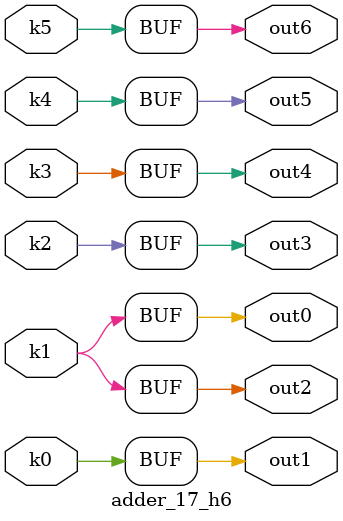
<source format=v>
module adder_17(pi00, pi01, pi02, pi03, pi04, pi05, pi06, pi07, pi08, pi09, pi10, po0, po1, po2, po3, po4, po5, po6);
input pi00, pi01, pi02, pi03, pi04, pi05, pi06, pi07, pi08, pi09, pi10;
output po0, po1, po2, po3, po4, po5, po6;
wire k0, k1, k2, k3, k4, k5;
adder_17_w6 DUT1 (pi00, pi01, pi02, pi03, pi04, pi05, pi06, pi07, pi08, pi09, pi10, k0, k1, k2, k3, k4, k5);
adder_17_h6 DUT2 (k0, k1, k2, k3, k4, k5, po0, po1, po2, po3, po4, po5, po6);
endmodule

module adder_17_w6(in10, in9, in8, in7, in6, in5, in4, in3, in2, in1, in0, k5, k4, k3, k2, k1, k0);
input in10, in9, in8, in7, in6, in5, in4, in3, in2, in1, in0;
output k5, k4, k3, k2, k1, k0;
assign k0 =   ((~in6 | ~in2) & (((~in7 | ~in3) & (((~in9 | ~in5) & ((~in1 & ((~in10 & (~in4 | ~in8)) | (in0 & ~in8))) | (in0 & ~in4))) | (~in4 & (~in8 | (~in9 & ~in5))) | (~in9 & ~in5 & ~in8))) | (~in7 & ~in3))) | (~in6 & ~in2);
assign k1 =   ((in6 ^ in2) & (((in7 | in3) & (((in9 | in5) & ((~in0 & ((in10 & (in4 | in8)) | (in1 & in8))) | (in1 & in4))) | (in4 & (in8 | (in9 & in5))) | (in9 & in5 & in8))) | (in7 & in3))) | ((~in6 ^ in2) & ((~in7 & ~in3) | ((~in7 | ~in3) & (((~in9 | ~in5) & ((~in1 & ((~in10 & (~in4 | ~in8)) | (in0 & ~in8))) | (in0 & ~in4))) | (~in4 & (~in8 | (~in9 & ~in5))) | (~in9 & ~in5 & ~in8)))));
assign k2 =   ((in7 ^ in3) & (((in9 | in5) & ((~in0 & ((in10 & (in4 | in8)) | (in1 & in8))) | (in1 & in4))) | (in4 & (in8 | (in9 & in5))) | (in9 & in5 & in8))) | ((~in7 ^ in3) & (((~in9 | ~in5) & ((~in1 & ((~in10 & (~in4 | ~in8)) | (in0 & ~in8))) | (in0 & ~in4))) | (~in4 & (~in8 | (~in9 & ~in5))) | (~in9 & ~in5 & ~in8)));
assign k3 =   ((in4 ^ in8) & ((in10 & ~in0 & (in9 | in5)) | (in9 & in5))) | (in1 & (in9 | in5) & ((in4 & ~in8) | (~in0 & ~in4 & in8))) | ((~in4 ^ in8) & ((~in9 & ~in5) | (~in10 & ~in1 & (~in9 | ~in5)))) | (in0 & (~in9 | ~in5) & ((~in4 & ~in8) | (~in1 & in4 & in8)));
assign k4 =   (~in0 & (in9 ^ in5) & (in10 | in1)) | (~in1 & (~in9 ^ in5) & (~in10 | in0));
assign k5 =   (~in10 & (in1 | in0)) | (~in1 & ~in0 & in10);
endmodule

module adder_17_h6(k5, k4, k3, k2, k1, k0, out6, out5, out4, out3, out2, out1, out0);
input k5, k4, k3, k2, k1, k0;
output out6, out5, out4, out3, out2, out1, out0;
assign out0 = k1;
assign out1 = k0;
assign out2 = k1;
assign out3 = k2;
assign out4 = k3;
assign out5 = k4;
assign out6 = k5;
endmodule

</source>
